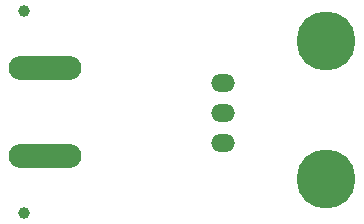
<source format=gtl>
G04*
G04 #@! TF.GenerationSoftware,Altium Limited,Altium Designer,22.11.1 (43)*
G04*
G04 Layer_Physical_Order=1*
G04 Layer_Color=255*
%FSLAX23Y23*%
%MOIN*%
G70*
G04*
G04 #@! TF.SameCoordinates,73743E9A-EC9C-4E24-87A8-AC7A865E80EE*
G04*
G04*
G04 #@! TF.FilePolarity,Positive*
G04*
G01*
G75*
%ADD10C,0.197*%
%ADD11O,0.079X0.060*%
%ADD12C,0.039*%
G04:AMPARAMS|DCode=13|XSize=242mil|YSize=79mil|CornerRadius=39mil|HoleSize=0mil|Usage=FLASHONLY|Rotation=0.000|XOffset=0mil|YOffset=0mil|HoleType=Round|Shape=RoundedRectangle|*
%AMROUNDEDRECTD13*
21,1,0.242,0.000,0,0,0.0*
21,1,0.163,0.079,0,0,0.0*
1,1,0.079,0.082,0.000*
1,1,0.079,-0.082,0.000*
1,1,0.079,-0.082,0.000*
1,1,0.079,0.082,0.000*
%
%ADD13ROUNDEDRECTD13*%
D10*
X2400Y4238D02*
D03*
X2400Y4700D02*
D03*
D11*
X2056Y4560D02*
D03*
X2056Y4460D02*
D03*
X2056Y4360D02*
D03*
D12*
X1393Y4126D02*
D03*
X1393Y4799D02*
D03*
D13*
X1464Y4315D02*
D03*
X1464Y4610D02*
D03*
M02*

</source>
